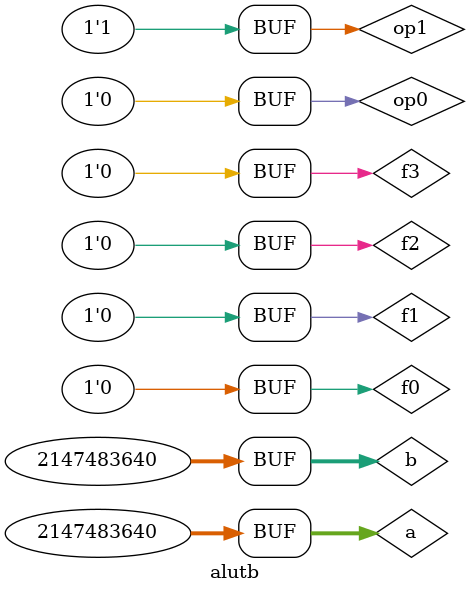
<source format=v>
`include "alu32.v"
`include "alucont.v"

module alutb();

wire [31:0] outp;
wire [2:0] gin;
wire zout, n, v;

reg [31:0] a, b;
reg op1 = 1'b1, op0 = 1'b0, f3 = 1'b0, f2 = 1'b0, f1 = 1'b0, f0 = 1'b0;

alucont cont(op1, op0, f3, f2, f1, f0, gin);
alu32 alu(outp, n, v, a, b, zout, gin);

initial begin
    $dumpfile("alutb.vcd");
    $dumpvars(0,alutb);
    
    a = 50;
    b = 100;
    #1

    a = 0;
    b = 0;
    #1

    a = -5;
    b = -10;
    #1

    a = 5;
    b = -10;
    #1

    a = 2147483640;
    b = 2147483640;
end

endmodule
</source>
